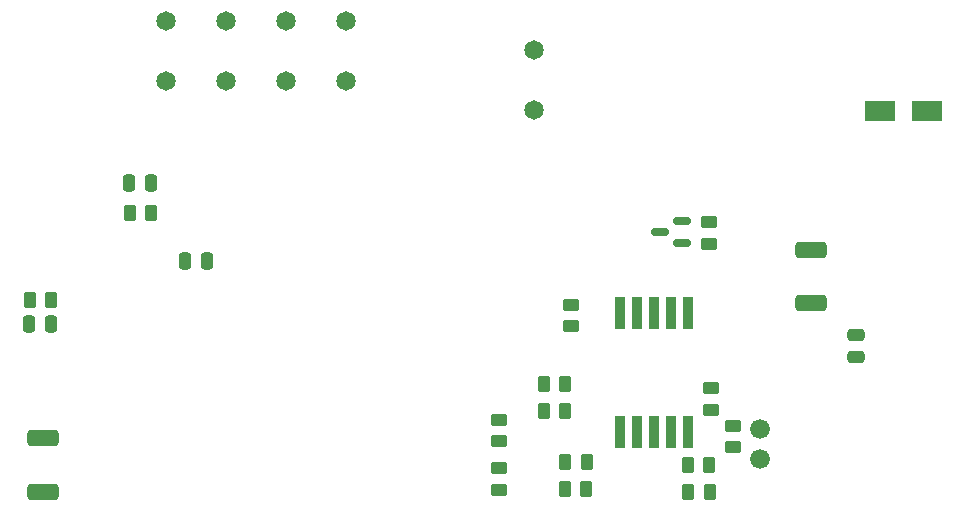
<source format=gtp>
G04 #@! TF.GenerationSoftware,KiCad,Pcbnew,(6.0.5)*
G04 #@! TF.CreationDate,2022-05-23T23:46:21+08:00*
G04 #@! TF.ProjectId,AT Sprint 3B.1,41542053-7072-4696-9e74-2033422e312e,rev?*
G04 #@! TF.SameCoordinates,Original*
G04 #@! TF.FileFunction,Paste,Top*
G04 #@! TF.FilePolarity,Positive*
%FSLAX46Y46*%
G04 Gerber Fmt 4.6, Leading zero omitted, Abs format (unit mm)*
G04 Created by KiCad (PCBNEW (6.0.5)) date 2022-05-23 23:46:21*
%MOMM*%
%LPD*%
G01*
G04 APERTURE LIST*
G04 Aperture macros list*
%AMRoundRect*
0 Rectangle with rounded corners*
0 $1 Rounding radius*
0 $2 $3 $4 $5 $6 $7 $8 $9 X,Y pos of 4 corners*
0 Add a 4 corners polygon primitive as box body*
4,1,4,$2,$3,$4,$5,$6,$7,$8,$9,$2,$3,0*
0 Add four circle primitives for the rounded corners*
1,1,$1+$1,$2,$3*
1,1,$1+$1,$4,$5*
1,1,$1+$1,$6,$7*
1,1,$1+$1,$8,$9*
0 Add four rect primitives between the rounded corners*
20,1,$1+$1,$2,$3,$4,$5,0*
20,1,$1+$1,$4,$5,$6,$7,0*
20,1,$1+$1,$6,$7,$8,$9,0*
20,1,$1+$1,$8,$9,$2,$3,0*%
G04 Aperture macros list end*
%ADD10RoundRect,0.250000X0.262500X0.450000X-0.262500X0.450000X-0.262500X-0.450000X0.262500X-0.450000X0*%
%ADD11RoundRect,0.250000X0.450000X-0.262500X0.450000X0.262500X-0.450000X0.262500X-0.450000X-0.262500X0*%
%ADD12RoundRect,0.250000X-0.450000X0.262500X-0.450000X-0.262500X0.450000X-0.262500X0.450000X0.262500X0*%
%ADD13C,1.651000*%
%ADD14RoundRect,0.250000X-0.262500X-0.450000X0.262500X-0.450000X0.262500X0.450000X-0.262500X0.450000X0*%
%ADD15RoundRect,0.250000X0.475000X-0.250000X0.475000X0.250000X-0.475000X0.250000X-0.475000X-0.250000X0*%
%ADD16RoundRect,0.250000X1.075000X-0.425000X1.075000X0.425000X-1.075000X0.425000X-1.075000X-0.425000X0*%
%ADD17RoundRect,0.250000X-0.250000X-0.475000X0.250000X-0.475000X0.250000X0.475000X-0.250000X0.475000X0*%
%ADD18RoundRect,0.150000X0.587500X0.150000X-0.587500X0.150000X-0.587500X-0.150000X0.587500X-0.150000X0*%
%ADD19RoundRect,0.250000X0.250000X0.475000X-0.250000X0.475000X-0.250000X-0.475000X0.250000X-0.475000X0*%
%ADD20C,1.676400*%
%ADD21R,2.500000X1.800000*%
%ADD22R,0.900000X2.800000*%
G04 APERTURE END LIST*
D10*
X82042000Y-106426000D03*
X80217000Y-106426000D03*
D11*
X94234000Y-94535000D03*
X94234000Y-92710000D03*
D12*
X76454000Y-113538000D03*
X76454000Y-115363000D03*
D13*
X48260000Y-75692000D03*
X48260000Y-80772000D03*
D12*
X82550000Y-99671500D03*
X82550000Y-101496500D03*
X96266000Y-109935000D03*
X96266000Y-111760000D03*
D11*
X76454000Y-111252000D03*
X76454000Y-109427000D03*
D14*
X82042000Y-113030000D03*
X83867000Y-113030000D03*
D15*
X106680000Y-104140000D03*
X106680000Y-102240000D03*
D16*
X37846000Y-115498000D03*
X37846000Y-110998000D03*
D12*
X94361000Y-106760000D03*
X94361000Y-108585000D03*
D10*
X82042000Y-108712000D03*
X80217000Y-108712000D03*
D14*
X92456000Y-115570000D03*
X94281000Y-115570000D03*
D17*
X45085000Y-89408000D03*
X46985000Y-89408000D03*
D18*
X91948000Y-94488000D03*
X91948000Y-92588000D03*
X90073000Y-93538000D03*
D10*
X83820000Y-115316000D03*
X81995000Y-115316000D03*
D14*
X45165000Y-91948000D03*
X46990000Y-91948000D03*
D19*
X38542000Y-101346000D03*
X36642000Y-101346000D03*
D17*
X49850000Y-96012000D03*
X51750000Y-96012000D03*
D16*
X102870000Y-99568000D03*
X102870000Y-95068000D03*
D13*
X63500000Y-80772000D03*
X63500000Y-75692000D03*
D20*
X98552000Y-110236000D03*
X98552000Y-112776000D03*
D21*
X108712000Y-83312000D03*
X112712000Y-83312000D03*
D22*
X86655000Y-110410000D03*
X88095000Y-110410000D03*
X89535000Y-110410000D03*
X90975000Y-110410000D03*
X92415000Y-110410000D03*
X92415000Y-100410000D03*
X90975000Y-100410000D03*
X89535000Y-100410000D03*
X88095000Y-100410000D03*
X86655000Y-100410000D03*
D10*
X94234000Y-113284000D03*
X92409000Y-113284000D03*
D13*
X53340000Y-80772000D03*
X53340000Y-75692000D03*
D14*
X36717000Y-99314000D03*
X38542000Y-99314000D03*
D13*
X79375000Y-78105000D03*
X79375000Y-83185000D03*
X58420000Y-75692000D03*
X58420000Y-80772000D03*
M02*

</source>
